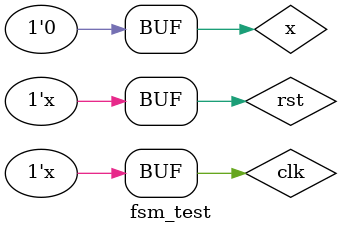
<source format=v>
`timescale 1ns / 1ps


module fsm_test;

	// Inputs
	reg clk;
	reg rst;
	reg x;

	// Outputs
	wire y;

	// Instantiate the Unit Under Test (UUT)
	fsm uut (
		.clk(clk), 
		.rst(rst), 
		.x(x), 
		.y(y)
	);

	always #5 clk = ~clk;
	always #44 rst = ~rst;
	initial begin
		// Initialize Inputs
		clk = 0;
		rst = 0;
		x = 1;
		#65;
		x = 0;
		#40;
		repeat(8)begin
		x = ~x;
		#10;
		end
		repeat(4)begin
		x = ~x;
		#20;
		end
		repeat(3) begin
		x = ~x;
		#35;
		end
		x=0;
		#30;
	end
      
endmodule


</source>
